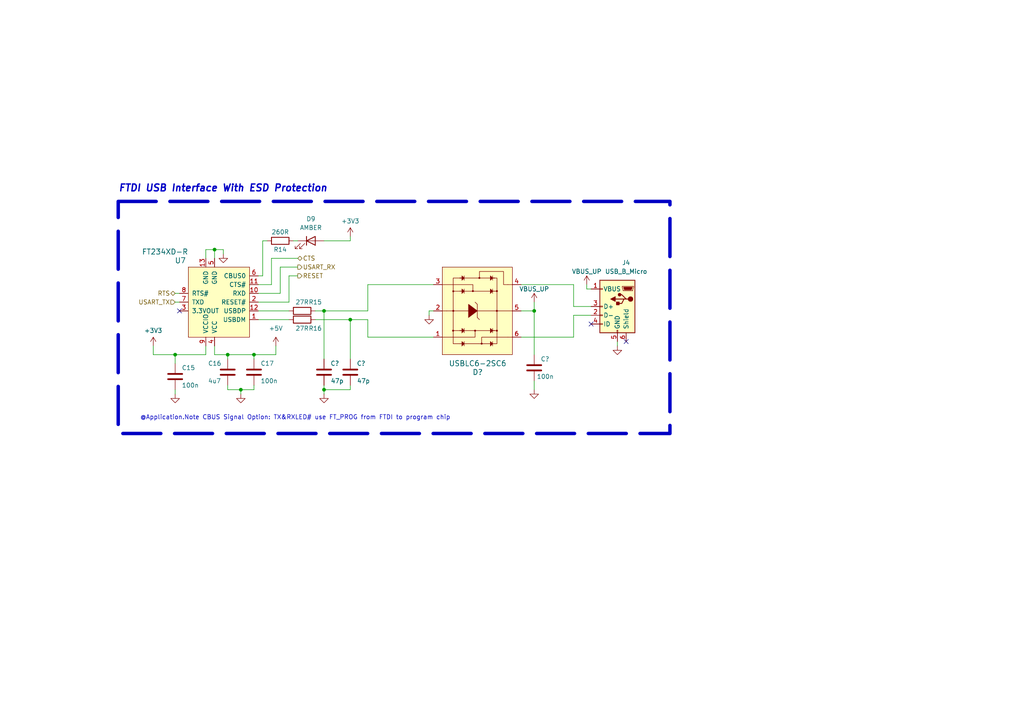
<source format=kicad_sch>
(kicad_sch (version 20230121) (generator eeschema)
  (paper "A4")
  (lib_symbols
    (symbol "Connector:USB_B_Micro" (pin_names (offset 1.016))
      (property "Reference" "J" (at -5.08 11.43 0))
      (property "Value" "USB_B_Micro" (at -5.08 8.89 0))
      (symbol "USB_B_Micro_0_1"
        (rectangle (start -5.08 -7.62) (end 5.08 7.62) (stroke (width 0.254)) (fill (type background)))
        (circle (center -3.81 2.159) (radius 0.635) (stroke (width 0.254)) (fill (type outline)))
        (circle (center -0.635 3.429) (radius 0.381) (stroke (width 0.254)) (fill (type outline)))
        (rectangle (start -0.127 -7.62) (end 0.127 -6.858))
        (polyline (pts (xy -1.905 2.159) (xy 0.635 2.159)) (stroke (width 0.254)))
        (polyline (pts (xy -3.175 2.159) (xy -2.54 2.159) (xy -1.27 3.429) (xy -0.635 3.429)) (stroke (width 0.254)))
        (polyline (pts (xy -2.54 2.159) (xy -1.905 2.159) (xy -1.27 0.889) (xy 0 0.889)) (stroke (width 0.254)))
        (polyline (pts (xy 0.635 2.794) (xy 0.635 1.524) (xy 1.905 2.159) (xy 0.635 2.794)) (stroke (width 0.254)) (fill (type outline)))
        (polyline (pts (xy -4.318 5.588) (xy -1.778 5.588) (xy -2.032 4.826) (xy -4.064 4.826) (xy -4.318 5.588)) (fill (type outline)))
        (polyline (pts (xy -4.699 5.842) (xy -4.699 5.588) (xy -4.445 4.826) (xy -4.445 4.572) (xy -1.651 4.572) (xy -1.651 4.826) (xy -1.397 5.588) (xy -1.397 5.842) (xy -4.699 5.842)))
        (rectangle (start 0.254 1.27) (end -0.508 0.508) (stroke (width 0.254)) (fill (type outline)))
        (rectangle (start 5.08 -5.207) (end 4.318 -4.953))
        (rectangle (start 5.08 -2.667) (end 4.318 -2.413))
        (rectangle (start 5.08 -0.127) (end 4.318 0.127))
        (rectangle (start 5.08 4.953) (end 4.318 5.207))
      )
      (symbol "USB_B_Micro_1_1"
        (pin power_out line (at 7.62 5.08 180) (length 2.54) (name "VBUS") (number "1"))
        (pin bidirectional line (at 7.62 -2.54 180) (length 2.54) (name "D-") (number "2"))
        (pin bidirectional line (at 7.62 0 180) (length 2.54) (name "D+") (number "3"))
        (pin passive line (at 7.62 -5.08 180) (length 2.54) (name "ID") (number "4"))
        (pin power_out line (at 0 -10.16 90) (length 2.54) (name "GND") (number "5"))
        (pin passive line (at -2.54 -10.16 90) (length 2.54) (name "Shield") (number "6"))
      )
    )
    (symbol "Device:C" (pin_numbers hide) (pin_names (offset 0.254))
      (property "Reference" "C" (at 0.635 2.54 0))
      (property "Value" "C" (at 0.635 -2.54 0))
      (symbol "C_0_1"
        (polyline (pts (xy -2.032 -0.762) (xy 2.032 -0.762)) (stroke (width 0.508)))
        (polyline (pts (xy -2.032 0.762) (xy 2.032 0.762)) (stroke (width 0.508)))
      )
      (symbol "C_1_1"
        (pin passive line (at 0 3.81 270) (length 2.794) (name "~") (number "1"))
        (pin passive line (at 0 -3.81 90) (length 2.794) (name "~") (number "2"))
      )
    )
    (symbol "Device:LED" (pin_numbers hide) (pin_names (offset 1.016) hide)
      (property "Reference" "D" (at 0 2.54 0))
      (property "Value" "LED" (at 0 -2.54 0))
      (symbol "LED_0_1"
        (polyline (pts (xy -1.27 -1.27) (xy -1.27 1.27)) (stroke (width 0.254)))
        (polyline (pts (xy -1.27 0) (xy 1.27 0)))
        (polyline (pts (xy 1.27 -1.27) (xy 1.27 1.27) (xy -1.27 0) (xy 1.27 -1.27)) (stroke (width 0.254)))
        (polyline (pts (xy -3.048 -0.762) (xy -4.572 -2.286) (xy -3.81 -2.286) (xy -4.572 -2.286) (xy -4.572 -1.524)))
        (polyline (pts (xy -1.778 -0.762) (xy -3.302 -2.286) (xy -2.54 -2.286) (xy -3.302 -2.286) (xy -3.302 -1.524)))
      )
      (symbol "LED_1_1"
        (pin passive line (at -3.81 0 0) (length 2.54) (name "K") (number "1"))
        (pin passive line (at 3.81 0 180) (length 2.54) (name "A") (number "2"))
      )
    )
    (symbol "Device:R" (pin_numbers hide) (pin_names (offset 0))
      (property "Reference" "R" (at 2.032 0 90))
      (property "Value" "R" (at 0 0 90))
      (symbol "R_0_1"
        (rectangle (start -1.016 -2.54) (end 1.016 2.54) (stroke (width 0.254)))
      )
      (symbol "R_1_1"
        (pin passive line (at 0 3.81 270) (length 1.27) (name "~") (number "1"))
        (pin passive line (at 0 -3.81 90) (length 1.27) (name "~") (number "2"))
      )
    )
    (symbol "RF_Parts:VBUS_UP" (power) (pin_names (offset 0))
      (property "Value" "VBUS_UP" (at 0 3.556 0))
      (symbol "VBUS_UP_0_1"
        (polyline (pts (xy -0.762 1.27) (xy 0 2.54)))
        (polyline (pts (xy 0 0) (xy 0 2.54)))
        (polyline (pts (xy 0 2.54) (xy 0.762 1.27)))
      )
      (symbol "VBUS_UP_1_1"
        (pin power_in line (at 0 0 90) (length 0) hide (name "VBUS_UP") (number "1"))
      )
    )
    (symbol "dk_Interface-Controllers:FT234XD-R" (pin_names (offset 1.016))
      (property "Reference" "U" (at -5.08 8.89 0))
      (property "Value" "FT234XD-R" (at 7.62 -15.24 0))
      (symbol "FT234XD-R_0_1"
        (rectangle (start -7.62 7.62) (end 10.16 -12.7) (fill (type background)))
      )
      (symbol "FT234XD-R_1_1"
        (pin bidirectional line (at -10.16 2.54 0) (length 2.54) (name "USBDM") (number "1"))
        (pin input line (at -10.16 -5.08 0) (length 2.54) (name "RXD") (number "10"))
        (pin input line (at -10.16 -7.62 0) (length 2.54) (name "CTS#") (number "11"))
        (pin bidirectional line (at -10.16 0 0) (length 2.54) (name "USBDP") (number "12"))
        (pin power_in line (at 5.08 -15.24 90) (length 2.54) (name "GND") (number "13"))
        (pin input line (at -10.16 -2.54 0) (length 2.54) (name "RESET#") (number "2"))
        (pin passive line (at 12.7 0 180) (length 2.54) (name "3.3VOUT") (number "3"))
        (pin power_in line (at 2.54 10.16 270) (length 2.54) (name "VCC") (number "4"))
        (pin power_in line (at 2.54 -15.24 90) (length 2.54) (name "GND") (number "5"))
        (pin bidirectional line (at -10.16 -10.16 0) (length 2.54) (name "CBUS0") (number "6"))
        (pin output line (at 12.7 -2.54 180) (length 2.54) (name "TXD") (number "7"))
        (pin output line (at 12.7 -5.08 180) (length 2.54) (name "RTS#") (number "8"))
        (pin power_in line (at 5.08 10.16 270) (length 2.54) (name "VCCIO") (number "9"))
      )
    )
    (symbol "dk_TVS-Diodes:USBLC6-2SC6" (pin_names (offset 1.016))
      (property "Reference" "D" (at -10.16 13.97 0))
      (property "Value" "USBLC6-2SC6" (at 0 -13.97 0))
      (symbol "USBLC6-2SC6_0_1"
        (rectangle (start -10.16 12.7) (end 10.16 -12.7) (fill (type background)))
        (circle (center -7.0104 5.7404) (radius 0.2032) (fill (type outline)))
        (circle (center -6.9596 -5.6896) (radius 0.2032) (fill (type outline)))
        (circle (center -6.9596 0) (radius 0.2032) (fill (type outline)))
        (circle (center -1.27 -5.7404) (radius 0.2032) (fill (type outline)))
        (circle (center -0.635 5.7404) (radius 0.2032) (fill (type outline)))
        (polyline (pts (xy -8.89 0) (xy -10.16 0)))
        (polyline (pts (xy -5.08 -9.525) (xy 5.08 -9.525)))
        (polyline (pts (xy -5.08 -5.715) (xy 5.08 -5.715)))
        (polyline (pts (xy -5.08 5.715) (xy 5.08 5.715)))
        (polyline (pts (xy -5.08 9.525) (xy 5.08 9.525)))
        (polyline (pts (xy -4.445 -5.715) (xy -6.985 -5.715)))
        (polyline (pts (xy -4.445 5.715) (xy -6.985 5.715)))
        (polyline (pts (xy -3.81 -8.89) (xy -3.81 -10.16)))
        (polyline (pts (xy -3.81 -5.08) (xy -3.81 -6.35)))
        (polyline (pts (xy -3.81 6.35) (xy -3.81 5.08)))
        (polyline (pts (xy -3.81 10.16) (xy -3.81 8.89)))
        (polyline (pts (xy 0 -1.905) (xy -0.635 -2.54)))
        (polyline (pts (xy 0 1.905) (xy 0 -1.905)))
        (polyline (pts (xy 0 1.905) (xy 0.635 2.54)))
        (polyline (pts (xy 4.445 -8.89) (xy 4.445 -10.16)))
        (polyline (pts (xy 4.445 -5.715) (xy 5.715 -5.715)))
        (polyline (pts (xy 4.445 -5.08) (xy 4.445 -6.35)))
        (polyline (pts (xy 4.445 5.715) (xy 5.715 5.715)))
        (polyline (pts (xy 4.445 6.35) (xy 4.445 5.08)))
        (polyline (pts (xy 4.445 8.89) (xy 4.445 8.89)))
        (polyline (pts (xy 4.445 10.16) (xy 4.445 8.89)))
        (polyline (pts (xy 5.588 0) (xy 10.16 0)))
        (polyline (pts (xy 5.715 0) (xy 0 0)))
        (polyline (pts (xy 5.715 5.715) (xy 5.715 5.715)))
        (polyline (pts (xy 8.89 -7.62) (xy 10.16 -7.62)))
        (polyline (pts (xy 8.89 7.62) (xy 10.414 7.62)))
        (polyline (pts (xy -10.16 -7.62) (xy -1.27 -7.62) (xy -1.27 -5.715)))
        (polyline (pts (xy -10.16 7.62) (xy -0.635 7.62) (xy -0.635 5.715)))
        (polyline (pts (xy -8.89 0) (xy -6.985 0) (xy 0 0)))
        (polyline (pts (xy 8.89 7.62) (xy 1.27 7.62) (xy 1.27 9.525)))
        (polyline (pts (xy -4.445 -9.525) (xy -6.985 -9.525) (xy -6.985 9.525) (xy -4.445 9.525)))
        (polyline (pts (xy -4.445 -8.89) (xy -4.445 -10.16) (xy -3.81 -9.525) (xy -4.445 -8.89)) (fill (type outline)))
        (polyline (pts (xy -4.445 -5.08) (xy -4.445 -6.35) (xy -3.81 -5.715) (xy -4.445 -5.08)) (fill (type outline)))
        (polyline (pts (xy -4.445 6.35) (xy -4.445 5.08) (xy -3.81 5.715) (xy -4.445 6.35)) (fill (type outline)))
        (polyline (pts (xy -4.445 10.16) (xy -4.445 8.89) (xy -3.81 9.525) (xy -4.445 10.16)) (fill (type outline)))
        (polyline (pts (xy -2.54 1.905) (xy -2.54 -1.905) (xy 0 0) (xy -2.54 1.905)) (fill (type outline)))
        (polyline (pts (xy 3.81 -8.89) (xy 3.81 -10.16) (xy 4.445 -9.525) (xy 3.81 -8.89)) (fill (type outline)))
        (polyline (pts (xy 3.81 -5.08) (xy 3.81 -6.35) (xy 4.445 -5.715) (xy 3.81 -5.08)) (fill (type outline)))
        (polyline (pts (xy 3.81 6.35) (xy 3.81 5.08) (xy 4.445 5.715) (xy 3.81 6.35)) (fill (type outline)))
        (polyline (pts (xy 3.81 10.16) (xy 3.81 8.89) (xy 4.445 9.525) (xy 3.81 10.16)) (fill (type outline)))
        (polyline (pts (xy 4.445 9.525) (xy 5.715 9.525) (xy 5.715 -9.525) (xy 4.445 -9.525)))
        (polyline (pts (xy 8.89 -7.62) (xy 7.62 -7.62) (xy 7.62 -11.43) (xy 0.635 -11.43) (xy 0.635 -9.525)))
        (circle (center 0.6096 -9.5504) (radius 0.2032) (fill (type outline)))
        (circle (center 1.27 9.4996) (radius 0.2032) (fill (type outline)))
        (circle (center 5.6896 -5.7404) (radius 0.2032) (fill (type outline)))
        (circle (center 5.6896 0) (radius 0.2032) (fill (type outline)))
        (circle (center 5.6896 5.7404) (radius 0.2032) (fill (type outline)))
      )
      (symbol "USBLC6-2SC6_1_1"
        (pin input line (at -12.7 7.62 0) (length 2.54) (name "~") (number "1"))
        (pin power_in line (at -12.7 0 0) (length 2.54) (name "~") (number "2"))
        (pin input line (at -12.7 -7.62 0) (length 2.54) (name "~") (number "3"))
        (pin input line (at 12.7 -7.62 180) (length 2.54) (name "~") (number "4"))
        (pin output line (at 12.7 0 180) (length 2.54) (name "~") (number "5"))
        (pin input line (at 12.7 7.62 180) (length 2.54) (name "~") (number "6"))
      )
    )
    (symbol "power:+3V3" (power) (pin_names (offset 0))
      (property "Value" "+3V3" (at 0 3.556 0))
      (symbol "+3V3_0_1"
        (polyline (pts (xy -0.762 1.27) (xy 0 2.54)))
        (polyline (pts (xy 0 0) (xy 0 2.54)))
        (polyline (pts (xy 0 2.54) (xy 0.762 1.27)))
      )
      (symbol "+3V3_1_1"
        (pin power_in line (at 0 0 90) (length 0) hide (name "+3V3") (number "1"))
      )
    )
    (symbol "power:+5V" (power) (pin_names (offset 0))
      (property "Value" "+5V" (at 0 3.556 0))
      (symbol "+5V_0_1"
        (polyline (pts (xy -0.762 1.27) (xy 0 2.54)))
        (polyline (pts (xy 0 0) (xy 0 2.54)))
        (polyline (pts (xy 0 2.54) (xy 0.762 1.27)))
      )
      (symbol "+5V_1_1"
        (pin power_in line (at 0 0 90) (length 0) hide (name "+5V") (number "1"))
      )
    )
    (symbol "power:GND" (power) (pin_names (offset 0))
      (property "Value" "GND" (at 0 -3.81 0))
      (symbol "GND_0_1"
        (polyline (pts (xy 0 0) (xy 0 -1.27) (xy 1.27 -1.27) (xy 0 -2.54) (xy -1.27 -1.27) (xy 0 -1.27)))
      )
      (symbol "GND_1_1"
        (pin power_in line (at 0 0 270) (length 0) hide (name "GND") (number "1"))
      )
    )
  )
  (junction (at 73.66 102.87))
  (junction (at 69.85 113.03))
  (junction (at 62.23 72.39))
  (junction (at 154.94 90.17))
  (junction (at 93.98 90.17))
  (junction (at 50.8 102.87))
  (junction (at 93.98 113.03))
  (junction (at 101.6 92.71))
  (junction (at 66.04 102.87))
  (no_connect (at 52.07 90.17))
  (no_connect (at 171.45 93.98))
  (no_connect (at 181.61 99.06))
  (wire (pts (xy 91.44 92.71) (xy 101.6 92.71)))
  (wire (pts (xy 106.68 90.17) (xy 93.98 90.17)))
  (wire (pts (xy 78.74 82.55) (xy 74.93 82.55)))
  (wire (pts (xy 154.94 110.49) (xy 154.94 113.03)))
  (wire (pts (xy 93.98 111.76) (xy 93.98 113.03)))
  (wire (pts (xy 86.36 80.01) (xy 83.82 80.01)))
  (wire (pts (xy 101.6 111.76) (xy 101.6 113.03)))
  (wire (pts (xy 166.37 91.44) (xy 171.45 91.44)))
  (wire (pts (xy 166.37 82.55) (xy 166.37 88.9)))
  (wire (pts (xy 64.77 72.39) (xy 62.23 72.39)))
  (wire (pts (xy 151.13 82.55) (xy 166.37 82.55)))
  (wire (pts (xy 50.8 102.87) (xy 50.8 105.41)))
  (wire (pts (xy 86.36 69.85) (xy 85.09 69.85)))
  (wire (pts (xy 166.37 97.79) (xy 166.37 91.44)))
  (wire (pts (xy 106.68 82.55) (xy 125.73 82.55)))
  (wire (pts (xy 86.36 74.93) (xy 78.74 74.93)))
  (wire (pts (xy 59.69 102.87) (xy 50.8 102.87)))
  (wire (pts (xy 73.66 111.76) (xy 73.66 113.03)))
  (wire (pts (xy 80.01 102.87) (xy 80.01 100.33)))
  (wire (pts (xy 101.6 113.03) (xy 93.98 113.03)))
  (wire (pts (xy 66.04 113.03) (xy 69.85 113.03)))
  (wire (pts (xy 69.85 113.03) (xy 69.85 114.3)))
  (wire (pts (xy 74.93 92.71) (xy 83.82 92.71)))
  (wire (pts (xy 101.6 92.71) (xy 106.68 92.71)))
  (wire (pts (xy 106.68 82.55) (xy 106.68 90.17)))
  (wire (pts (xy 101.6 92.71) (xy 101.6 104.14)))
  (wire (pts (xy 73.66 102.87) (xy 80.01 102.87)))
  (wire (pts (xy 59.69 74.93) (xy 59.69 72.39)))
  (wire (pts (xy 50.8 102.87) (xy 44.45 102.87)))
  (wire (pts (xy 62.23 72.39) (xy 62.23 74.93)))
  (wire (pts (xy 83.82 80.01) (xy 83.82 87.63)))
  (wire (pts (xy 50.8 85.09) (xy 52.07 85.09)))
  (wire (pts (xy 81.28 85.09) (xy 74.93 85.09)))
  (wire (pts (xy 59.69 72.39) (xy 62.23 72.39)))
  (wire (pts (xy 154.94 90.17) (xy 154.94 102.87)))
  (wire (pts (xy 64.77 72.39) (xy 64.77 73.66)))
  (wire (pts (xy 66.04 111.76) (xy 66.04 113.03)))
  (wire (pts (xy 50.8 113.03) (xy 50.8 114.3)))
  (wire (pts (xy 66.04 102.87) (xy 73.66 102.87)))
  (wire (pts (xy 101.6 68.58) (xy 101.6 69.85)))
  (wire (pts (xy 179.07 99.06) (xy 179.07 100.33)))
  (wire (pts (xy 81.28 77.47) (xy 81.28 85.09)))
  (wire (pts (xy 44.45 102.87) (xy 44.45 100.33)))
  (wire (pts (xy 59.69 100.33) (xy 59.69 102.87)))
  (wire (pts (xy 93.98 113.03) (xy 93.98 114.3)))
  (wire (pts (xy 83.82 87.63) (xy 74.93 87.63)))
  (wire (pts (xy 66.04 102.87) (xy 66.04 104.14)))
  (wire (pts (xy 69.85 113.03) (xy 73.66 113.03)))
  (wire (pts (xy 124.46 90.17) (xy 125.73 90.17)))
  (wire (pts (xy 62.23 100.33) (xy 62.23 102.87)))
  (wire (pts (xy 77.47 69.85) (xy 76.2 69.85)))
  (wire (pts (xy 154.94 87.63) (xy 154.94 90.17)))
  (wire (pts (xy 124.46 91.44) (xy 124.46 90.17)))
  (wire (pts (xy 151.13 97.79) (xy 166.37 97.79)))
  (wire (pts (xy 101.6 69.85) (xy 93.98 69.85)))
  (wire (pts (xy 76.2 69.85) (xy 76.2 80.01)))
  (wire (pts (xy 170.18 83.82) (xy 171.45 83.82)))
  (wire (pts (xy 154.94 90.17) (xy 151.13 90.17)))
  (wire (pts (xy 52.07 87.63) (xy 50.8 87.63)))
  (wire (pts (xy 106.68 97.79) (xy 125.73 97.79)))
  (wire (pts (xy 166.37 88.9) (xy 171.45 88.9)))
  (wire (pts (xy 62.23 102.87) (xy 66.04 102.87)))
  (wire (pts (xy 73.66 102.87) (xy 73.66 104.14)))
  (wire (pts (xy 74.93 90.17) (xy 83.82 90.17)))
  (wire (pts (xy 93.98 90.17) (xy 93.98 104.14)))
  (wire (pts (xy 170.18 82.55) (xy 170.18 83.82)))
  (wire (pts (xy 106.68 92.71) (xy 106.68 97.79)))
  (wire (pts (xy 86.36 77.47) (xy 81.28 77.47)))
  (wire (pts (xy 78.74 74.93) (xy 78.74 82.55)))
  (wire (pts (xy 76.2 80.01) (xy 74.93 80.01)))
  (wire (pts (xy 93.98 90.17) (xy 91.44 90.17)))
  (rectangle (start 34.29 58.42) (end 194.31 125.73) (stroke (width 1) (type dash)))
  (text "FTDI USB Interface With ESD Protection\n" (at 34.29 55.88 0) (effects (font (size 2 2) (thickness 0.4) bold italic) (justify left bottom)))
  (text "@Application.Note CBUS Signal Option: TX&RXLED# use FT_PROG from FTDI to program chip\n" (at 40.64 121.92 0) (effects (font (size 1.27 1.27)) (justify left bottom)))
  (hierarchical_label "CTS" (shape bidirectional) (at 86.36 74.93 0))
  (hierarchical_label "USART_RX" (shape output) (at 86.36 77.47 0))
  (hierarchical_label "RESET" (shape output) (at 86.36 80.01 0))
  (hierarchical_label "USART_TX" (shape input) (at 50.8 87.63 180))
  (hierarchical_label "RTS" (shape bidirectional) (at 50.8 85.09 180))
  (symbol (lib_id "power:+3V3") (at 101.6 68.58 0) (unit 1)
    (property "Reference" "#PWR050" (effects hide))
    (property "Value" "+3V3" (at 101.6 64.135 0))
    (instances (project "CAN-USB RF Module" (path "" (reference "#PWR050") (unit 1))) (project "Batt-Power-Prototype-2023_Lucy_V1" (path "" (reference "#PWR069") (unit 1))))
  )
  (symbol (lib_id "Device:C") (at 93.98 107.95 180) (unit 1)
    (property "Reference" "C?" (at 98.425 105.41 0) (effects (justify left)))
    (property "Value" "47p" (at 99.695 110.49 0) (effects (justify left)))
    (property "Footprint" "Capacitor_SMD:C_0402_1005Metric" (effects hide))
    (property "LCSC #" "C1567" (effects hide))
    (property "JLCPCB Part#(optional)" "C1567" (effects hide))
    (property "DK #" "490-10670-1-ND" (effects hide))
    (property "PCBA" "-" (effects hide))
    (instances (project "CAN-USB RF Module" (path "" (reference "C?") (unit 1)) (path "" (reference "C18") (unit 1))) (project "Batt-Power-Prototype-2023_Lucy_V1" (path "" (reference "C34") (unit 1))))
  )
  (symbol (lib_id "Device:C") (at 73.66 107.95 0) (unit 1)
    (property "Reference" "C17" (at 75.565 105.41 0) (effects (justify left)))
    (property "Value" "100n" (at 75.565 110.49 0) (effects (justify left)))
    (property "Footprint" "Capacitor_SMD:C_0402_1005Metric" (effects hide))
    (property "Description" "100nF -20%,+80% 16V Y5V 0402 Multilayer Ceramic Capacitors MLCC - SMD/SMT RoHS" (effects hide))
    (property "LCSC #" "C1525" (effects hide))
    (property "JLCPCB Part#(optional)" "C1525" (effects hide))
    (property "DK #" "490-14603-1-ND" (effects hide))
    (property "PCBA" "-" (effects hide))
    (instances (project "CAN-USB RF Module" (path "" (reference "C17") (unit 1))) (project "Batt-Power-Prototype-2023_Lucy_V1" (path "" (reference "C33") (unit 1))))
  )
  (symbol (lib_id "Device:R") (at 87.63 90.17 90) (unit 1)
    (property "Reference" "R15" (at 91.44 87.63 90))
    (property "Value" "27R" (at 87.63 87.63 90))
    (property "Footprint" "Resistor_SMD:R_0603_1608Metric" (effects hide))
    (property "LCSC #" "C25190" (effects hide))
    (property "JLCPCB Part#(optional)" "C25190" (effects hide))
    (property "DK #" "13-RC0603FR-1327RLCT-ND" (effects hide))
    (property "PCBA" "-" (effects hide))
  )
  (symbol (lib_id "Device:R") (at 81.28 69.85 90) (unit 1)
    (property "Reference" "R14" (at 81.28 72.39 90))
    (property "Value" "260R" (at 81.28 67.31 90))
    (property "Footprint" "Resistor_SMD:R_0603_1608Metric" (effects hide))
    (property "LCSC #" "C22966" (effects hide))
    (property "JLCPCB Part#(optional)" "C22966" (effects hide))
    (property "DK #" "RMCF0603FT261RCT-ND" (effects hide))
    (property "PCBA" "-" (effects hide))
  )
  (symbol (lib_id "power:GND") (at 154.94 113.03 0) (unit 1)
    (property "Reference" "#PWR?" (effects hide))
    (property "Value" "GND" (effects hide))
    (instances (project "CAN-USB RF Module" (path "" (reference "#PWR?") (unit 1)) (path "" (reference "#PWR053") (unit 1))) (project "Batt-Power-Prototype-2023_Lucy_V1" (path "" (reference "#PWR072") (unit 1))))
  )
  (symbol (lib_id "dk_Interface-Controllers:FT234XD-R") (at 64.77 90.17 180) (unit 1)
    (property "Reference" "U7" (at 53.975 75.565 0) (effects (font (size 1.524 1.524)) (justify left)))
    (property "Value" "FT234XD-R" (at 54.61 73.025 0) (effects (font (size 1.524 1.524)) (justify left)))
    (property "Footprint" "digikey-footprints:DFN-12-1EP_3x3mm" (effects hide))
    (property "Datasheet" "http://www.ftdichip.com/Support/Documents/DataSheets/ICs/DS_FT234XD.pdf" (effects hide))
    (property "Category" "Integrated Circuits (ICs)" (effects hide))
    (property "Description" "IC USB SERIAL BASIC UART 12DFN" (effects hide))
    (property "LCSC #" "C132158" (effects hide))
    (property "JLCPCB Part#(optional)" "C132158" (effects hide))
    (property "DK #" "768-1178-1-ND" (effects hide))
    (instances (project "CAN-USB RF Module" (path "" (reference "U7") (unit 1))) (project "Batt-Power-Prototype-2023_Lucy_V1" (path "" (reference "U13") (unit 1))))
  )
  (symbol (lib_id "Device:C") (at 66.04 107.95 0) (unit 1)
    (property "Reference" "C16" (at 60.325 105.41 0) (effects (justify left)))
    (property "Value" "4u7" (at 60.325 110.49 0) (effects (justify left)))
    (property "Footprint" "Capacitor_SMD:C_0603_1608Metric" (effects hide))
    (property "LCSC #" "C19666" (effects hide))
    (property "JLCPCB Part#(optional)" "C19666" (effects hide))
    (property "DK #" "1276-1045-1-ND" (effects hide))
    (property "PCBA" "-" (effects hide))
    (instances (project "CAN-USB RF Module" (path "" (reference "C16") (unit 1))) (project "Batt-Power-Prototype-2023_Lucy_V1" (path "" (reference "C32") (unit 1))))
  )
  (symbol (lib_id "Device:C") (at 101.6 107.95 180) (unit 1)
    (property "Reference" "C?" (at 106.045 105.41 0) (effects (justify left)))
    (property "Value" "47p" (at 107.315 110.49 0) (effects (justify left)))
    (property "Footprint" "Capacitor_SMD:C_0402_1005Metric" (effects hide))
    (property "LCSC #" "C1567" (effects hide))
    (property "JLCPCB Part#(optional)" "C1567" (effects hide))
    (property "DK #" "490-10670-1-ND" (effects hide))
    (property "PCBA" "-" (effects hide))
    (instances (project "CAN-USB RF Module" (path "" (reference "C?") (unit 1)) (path "" (reference "C19") (unit 1))) (project "Batt-Power-Prototype-2023_Lucy_V1" (path "" (reference "C35") (unit 1))))
  )
  (symbol (lib_id "Device:C") (at 154.94 106.68 180) (unit 1)
    (property "Reference" "C?" (at 159.385 104.14 0) (effects (justify left)))
    (property "Value" "100n" (at 160.655 109.22 0) (effects (justify left)))
    (property "Footprint" "Capacitor_SMD:C_0402_1005Metric" (effects hide))
    (property "Description" "100nF -20%,+80% 16V Y5V 0402 Multilayer Ceramic Capacitors MLCC - SMD/SMT RoHS" (effects hide))
    (property "LCSC #" "C1525" (effects hide))
    (property "JLCPCB Part#(optional)" "C1525" (effects hide))
    (property "DK #" "490-14603-1-ND" (effects hide))
    (property "PCBA" "-" (effects hide))
    (instances (project "CAN-USB RF Module" (path "" (reference "C?") (unit 1)) (path "" (reference "C20") (unit 1))) (project "Batt-Power-Prototype-2023_Lucy_V1" (path "" (reference "C36") (unit 1))))
  )
  (symbol (lib_id "power:+5V") (at 80.01 100.33 0) (unit 1)
    (property "Reference" "#PWR048" (effects hide))
    (property "Value" "+5V" (at 80.01 95.25 0))
    (instances (project "CAN-USB RF Module" (path "" (reference "#PWR048") (unit 1))) (project "Batt-Power-Prototype-2023_Lucy_V1" (path "" (reference "#PWR067") (unit 1))))
  )
  (symbol (lib_id "RF_Parts:VBUS_UP") (at 170.18 82.55 0) (unit 1)
    (property "Reference" "#PWR054" (effects hide))
    (property "Value" "VBUS_UP" (at 170.18 78.74 0))
    (instances (project "CAN-USB RF Module" (path "" (reference "#PWR054") (unit 1))) (project "Batt-Power-Prototype-2023_Lucy_V1" (path "" (reference "#PWR073") (unit 1))))
  )
  (symbol (lib_id "power:GND") (at 64.77 73.66 0) (unit 1)
    (property "Reference" "#PWR?" (effects hide))
    (property "Value" "GND" (effects hide))
    (instances (project "CAN-USB RF Module" (path "" (reference "#PWR?") (unit 1)) (path "" (reference "#PWR046") (unit 1))) (project "Batt-Power-Prototype-2023_Lucy_V1" (path "" (reference "#PWR065") (unit 1))))
  )
  (symbol (lib_id "dk_TVS-Diodes:USBLC6-2SC6") (at 138.43 90.17 0) (mirror x) (unit 1)
    (property "Reference" "D?" (at 138.557 107.95 0) (effects (font (size 1.524 1.524))))
    (property "Value" "USBLC6-2SC6" (at 138.557 105.41 0) (effects (font (size 1.524 1.524))))
    (property "Footprint" "digikey-footprints:SOT23-6L" (effects hide))
    (property "Datasheet" "http://www.st.com/content/ccc/resource/technical/document/datasheet/06/1d/48/9c/6c/20/4a/b2/CD00050750.pdf/files/CD00050750.pdf/jcr:content/translations/en.CD00050750.pdf" (effects hide))
    (property "Category" "Circuit Protection" (effects hide))
    (property "Description" "TVS DIODE 5.25V 17V SOT23-6" (effects hide))
    (property "DK #" "497-5235-1-ND" (effects hide))
    (instances (project "CAN-USB RF Module" (path "" (reference "D?") (unit 1)) (path "" (reference "D10") (unit 1))) (project "Batt-Power-Prototype-2023_Lucy_V1" (path "" (reference "D11") (unit 1))))
  )
  (symbol (lib_id "Device:LED") (at 90.17 69.85 0) (unit 1)
    (property "Reference" "D9" (at 90.17 63.5 0))
    (property "Value" "AMBER" (at 90.17 66.04 0))
    (property "Footprint" "LED_SMD:LED_0603_1608Metric" (effects hide))
    (property "LCSC #" "C72038" (effects hide))
    (property "Description" "White -40℃~+85℃ 605nm~605nm Amber 54mW 0603 Light Emitting Diodes (LED) ROHS" (effects hide))
    (property "JLCPCB Part#(optional)" "C72038" (effects hide))
    (property "DK #" "732-150060AS75000CT-ND" (effects hide))
    (property "PCBA" "-" (effects hide))
    (instances (project "CAN-USB RF Module" (path "" (reference "D9") (unit 1))) (project "Batt-Power-Prototype-2023_Lucy_V1" (path "" (reference "D10") (unit 1))))
  )
  (symbol (lib_id "power:GND") (at 69.85 114.3 0) (unit 1)
    (property "Reference" "#PWR?" (effects hide))
    (property "Value" "GND" (effects hide))
    (instances (project "CAN-USB RF Module" (path "" (reference "#PWR?") (unit 1)) (path "" (reference "#PWR047") (unit 1))) (project "Batt-Power-Prototype-2023_Lucy_V1" (path "" (reference "#PWR066") (unit 1))))
  )
  (symbol (lib_id "Device:R") (at 87.63 92.71 90) (unit 1)
    (property "Reference" "R16" (at 91.44 95.25 90))
    (property "Value" "27R" (at 87.63 95.25 90))
    (property "Footprint" "Resistor_SMD:R_0603_1608Metric" (effects hide))
    (property "LCSC #" "C25190" (effects hide))
    (property "JLCPCB Part#(optional)" "C25190" (effects hide))
    (property "DK #" "13-RC0603FR-1327RLCT-ND" (effects hide))
    (property "PCBA" "-" (effects hide))
    (instances (project "CAN-USB RF Module" (path "" (reference "R16") (unit 1))) (project "Batt-Power-Prototype-2023_Lucy_V1" (path "" (reference "R18") (unit 1))))
  )
  (symbol (lib_id "power:GND") (at 179.07 100.33 0) (unit 1)
    (property "Reference" "#PWR?" (effects hide))
    (property "Value" "GND" (effects hide))
    (instances (project "CAN-USB RF Module" (path "" (reference "#PWR?") (unit 1)) (path "" (reference "#PWR055") (unit 1))) (project "Batt-Power-Prototype-2023_Lucy_V1" (path "" (reference "#PWR074") (unit 1))))
  )
  (symbol (lib_id "power:GND") (at 50.8 114.3 0) (unit 1)
    (property "Reference" "#PWR?" (effects hide))
    (property "Value" "GND" (effects hide))
    (instances (project "CAN-USB RF Module" (path "" (reference "#PWR?") (unit 1)) (path "" (reference "#PWR045") (unit 1))) (project "Batt-Power-Prototype-2023_Lucy_V1" (path "" (reference "#PWR064") (unit 1))))
  )
  (symbol (lib_id "Connector:USB_B_Micro") (at 179.07 88.9 0) (mirror y) (unit 1)
    (property "Reference" "J4" (at 181.61 76.2 0))
    (property "Value" "USB_B_Micro" (at 181.61 78.74 0))
    (property "Footprint" "footprints:USB_Micro-B_Amphenol_10118194_Horizontal" (effects hide))
    (property "Description" "USB 2.0 1 Surface Mount 5P Female -30℃~+80℃ Micro-B SMD  USB Connectors ROHS" (effects hide))
    (property "DK #" "609-4618-1-ND" (effects hide))
    (instances (project "CAN-USB RF Module" (path "" (reference "J4") (unit 1))) (project "Batt-Power-Prototype-2023_Lucy_V1" (path "" (reference "J8") (unit 1))))
  )
  (symbol (lib_id "power:+3V3") (at 44.45 100.33 0) (unit 1)
    (property "Reference" "#PWR044" (effects hide))
    (property "Value" "+3V3" (at 44.45 95.885 0))
    (instances (project "CAN-USB RF Module" (path "" (reference "#PWR044") (unit 1))) (project "Batt-Power-Prototype-2023_Lucy_V1" (path "" (reference "#PWR063") (unit 1))))
  )
  (symbol (lib_id "Device:C") (at 50.8 109.22 0) (unit 1)
    (property "Reference" "C15" (at 52.705 106.68 0) (effects (justify left)))
    (property "Value" "100n" (at 52.705 111.76 0) (effects (justify left)))
    (property "Footprint" "Capacitor_SMD:C_0402_1005Metric" (effects hide))
    (property "Description" "100nF -20%,+80% 16V Y5V 0402 Multilayer Ceramic Capacitors MLCC - SMD/SMT RoHS" (effects hide))
    (property "LCSC #" "C1525" (effects hide))
    (property "JLCPCB Part#(optional)" "C1525" (effects hide))
    (property "DK #" "490-14603-1-ND" (effects hide))
    (property "PCBA" "-" (effects hide))
    (instances (project "CAN-USB RF Module" (path "" (reference "C15") (unit 1))) (project "Batt-Power-Prototype-2023_Lucy_V1" (path "" (reference "C27") (unit 1))))
  )
  (symbol (lib_id "RF_Parts:VBUS_UP") (at 154.94 87.63 0) (unit 1)
    (property "Reference" "#PWR052" (effects hide))
    (property "Value" "VBUS_UP" (at 154.94 83.82 0))
    (instances (project "CAN-USB RF Module" (path "" (reference "#PWR052") (unit 1))) (project "Batt-Power-Prototype-2023_Lucy_V1" (path "" (reference "#PWR071") (unit 1))))
  )
  (symbol (lib_id "power:GND") (at 93.98 114.3 0) (unit 1)
    (property "Reference" "#PWR?" (effects hide))
    (property "Value" "GND" (effects hide))
    (instances (project "CAN-USB RF Module" (path "" (reference "#PWR?") (unit 1)) (path "" (reference "#PWR049") (unit 1))) (project "Batt-Power-Prototype-2023_Lucy_V1" (path "" (reference "#PWR068") (unit 1))))
  )
  (symbol (lib_id "power:GND") (at 124.46 91.44 0) (unit 1)
    (property "Reference" "#PWR?" (effects hide))
    (property "Value" "GND" (effects hide))
    (instances (project "CAN-USB RF Module" (path "" (reference "#PWR?") (unit 1)) (path "" (reference "#PWR051") (unit 1))) (project "Batt-Power-Prototype-2023_Lucy_V1" (path "" (reference "#PWR070") (unit 1))))
  )
)
</source>
